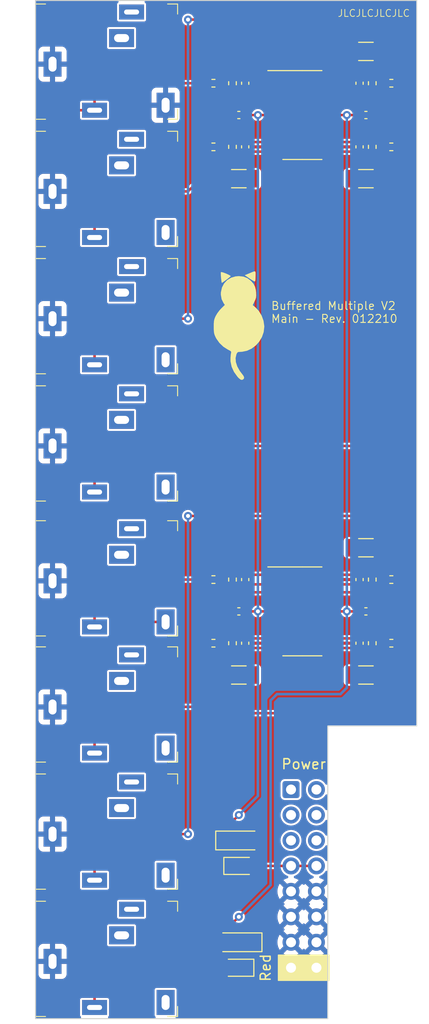
<source format=kicad_pcb>
(kicad_pcb (version 20211014) (generator pcbnew)
  (layers (0 "F.Cu" signal) (31 "B.Cu" signal) (34 "B.Paste" user) (35 "F.Paste" user) (36 "B.SilkS" user "B.Silkscreen") (37 "F.SilkS" user "F.Silkscreen") (38 "B.Mask" user) (39 "F.Mask" user) (44 "Edge.Cuts" user))
  (net 0 "")
  (net 1 "Net-(U1-Pad2)")
  (net 2 "Net-(U1-Pad1)")
  (net 3 "Net-(U2-Pad2)")
  (net 4 "Net-(U2-Pad1)")
  (net 5 "Net-(U1-Pad6)")
  (net 6 "Net-(U1-Pad7)")
  (net 7 "Net-(U2-Pad6)")
  (net 8 "Net-(U2-Pad7)")
  (net 9 "Net-(U1-Pad13)")
  (net 10 "Net-(U1-Pad14)")
  (net 11 "Net-(U2-Pad13)")
  (net 12 "Net-(U2-Pad14)")
  (net 13 "Net-(U1-Pad9)")
  (net 14 "Net-(U1-Pad8)")
  (net 15 "Net-(U2-Pad9)")
  (net 16 "Net-(U2-Pad8)")
  (net 17 "+12V")
  (net 18 "GND")
  (net 19 "-12V")
  (net 20 "Net-(D1-Pad2)")
  (net 21 "Net-(D2-Pad1)")
  (net 22 "Net-(J1-PadT)")
  (net 23 "Net-(J2-PadT)")
  (net 24 "Net-(J3-PadT)")
  (net 25 "Net-(J4-PadT)")
  (net 26 "Net-(J5-PadT)")
  (net 27 "Net-(J6-PadT)")
  (net 28 "Net-(J7-PadT)")
  (net 29 "Net-(J8-PadT)")
  (footprint "Resistor_SMD:R_0402_1005Metric" (layer "F.Cu") (at 17.78 8.255)
    (fp_text reference "R5" hide)
    (fp_text value "100k" hide)
    (pad "1" smd roundrect (at -0.51 0) (size 0.54 0.64) (layers "F.Cu" "F.Paste" "F.Mask") (net 22 "Net-(J1-PadT)"))
    (pad "2" smd roundrect (at 0.51 0) (size 0.54 0.64) (layers "F.Cu" "F.Paste" "F.Mask") (net 1 "Net-(U1-Pad2)"))
  )
  (footprint "Package_SO:SOIC-14_3.9x8.7mm_P1.27mm" (layer "F.Cu") (at 26.67 60.96)
    (fp_text reference "U2" hide)
    (fp_text value "TL074CDT" hide)
    (pad "1" smd roundrect (at -2.475 -3.81) (size 1.95 0.6) (layers "F.Cu" "F.Paste" "F.Mask") (net 4 "Net-(U2-Pad1)"))
    (pad "2" smd roundrect (at -2.475 -2.54) (size 1.95 0.6) (layers "F.Cu" "F.Paste" "F.Mask") (net 3 "Net-(U2-Pad2)"))
    (pad "3" smd roundrect (at -2.475 -1.27) (size 1.95 0.6) (layers "F.Cu" "F.Paste" "F.Mask") (net 18 "GND"))
    (pad "4" smd roundrect (at -2.475 0) (size 1.95 0.6) (layers "F.Cu" "F.Paste" "F.Mask") (net 17 "+12V"))
    (pad "5" smd roundrect (at -2.475 1.27) (size 1.95 0.6) (layers "F.Cu" "F.Paste" "F.Mask") (net 18 "GND"))
    (pad "6" smd roundrect (at -2.475 2.54) (size 1.95 0.6) (layers "F.Cu" "F.Paste" "F.Mask") (net 7 "Net-(U2-Pad6)"))
    (pad "7" smd roundrect (at -2.475 3.81) (size 1.95 0.6) (layers "F.Cu" "F.Paste" "F.Mask") (net 8 "Net-(U2-Pad7)"))
    (pad "8" smd roundrect (at 2.475 3.81) (size 1.95 0.6) (layers "F.Cu" "F.Paste" "F.Mask") (net 16 "Net-(U2-Pad8)"))
    (pad "9" smd roundrect (at 2.475 2.54) (size 1.95 0.6) (layers "F.Cu" "F.Paste" "F.Mask") (net 15 "Net-(U2-Pad9)"))
    (pad "10" smd roundrect (at 2.475 1.27) (size 1.95 0.6) (layers "F.Cu" "F.Paste" "F.Mask") (net 18 "GND"))
    (pad "11" smd roundrect (at 2.475 0) (size 1.95 0.6) (layers "F.Cu" "F.Paste" "F.Mask") (net 19 "-12V"))
    (pad "12" smd roundrect (at 2.475 -1.27) (size 1.95 0.6) (layers "F.Cu" "F.Paste" "F.Mask") (net 18 "GND"))
    (pad "13" smd roundrect (at 2.475 -2.54) (size 1.95 0.6) (layers "F.Cu" "F.Paste" "F.Mask") (net 11 "Net-(U2-Pad13)"))
    (pad "14" smd roundrect (at 2.475 -3.81) (size 1.95 0.6) (layers "F.Cu" "F.Paste" "F.Mask") (net 12 "Net-(U2-Pad14)"))
  )
  (footprint "Resistor_SMD:R_0402_1005Metric" (layer "F.Cu") (at 33.655 14.605 -90)
    (fp_text reference "R17" hide)
    (fp_text value "100k" hide)
    (pad "1" smd roundrect (at -0.51 0 270) (size 0.54 0.64) (layers "F.Cu" "F.Paste" "F.Mask") (net 13 "Net-(U1-Pad9)"))
    (pad "2" smd roundrect (at 0.51 0 270) (size 0.54 0.64) (layers "F.Cu" "F.Paste" "F.Mask") (net 28 "Net-(J7-PadT)"))
  )
  (footprint "Capacitor_SMD:C_0402_1005Metric" (layer "F.Cu") (at 20.955 57.785 90)
    (fp_text reference "C2" hide)
    (fp_text value "10p" hide)
    (pad "1" smd roundrect (at -0.48 0 90) (size 0.56 0.62) (layers "F.Cu" "F.Paste" "F.Mask") (net 3 "Net-(U2-Pad2)"))
    (pad "2" smd roundrect (at 0.48 0 90) (size 0.56 0.62) (layers "F.Cu" "F.Paste" "F.Mask") (net 4 "Net-(U2-Pad1)"))
  )
  (footprint "Resistor_SMD:R_1206_3216Metric" (layer "F.Cu") (at 33.02 67.31)
    (fp_text reference "R22" hide)
    (fp_text value "1k" hide)
    (pad "1" smd roundrect (at -1.4625 0) (size 1.125 1.75) (layers "F.Cu" "F.Paste" "F.Mask") (roundrect_rratio 0.2222222222) (net 16 "Net-(U2-Pad8)"))
    (pad "2" smd roundrect (at 1.4625 0) (size 1.125 1.75) (layers "F.Cu" "F.Paste" "F.Mask") (roundrect_rratio 0.2222222222) (net 29 "Net-(J8-PadT)"))
  )
  (footprint "Capacitor_Tantalum_SMD:CP_EIA-3216-18_Kemet-A" (layer "F.Cu") (at 20.32 83.82)
    (fp_text reference "C9" hide)
    (fp_text value "10u/16" hide)
    (pad "1" smd roundrect (at -1.35 0) (size 1.4 1.35) (layers "F.Cu" "F.Paste" "F.Mask") (roundrect_rratio 0.1851851852) (net 17 "+12V"))
    (pad "2" smd roundrect (at 1.35 0) (size 1.4 1.35) (layers "F.Cu" "F.Paste" "F.Mask") (roundrect_rratio 0.1851851852) (net 18 "GND"))
  )
  (footprint "Capacitor_Tantalum_SMD:CP_EIA-3216-18_Kemet-A" (layer "F.Cu") (at 20.32 93.98 180)
    (fp_text reference "C12" hide)
    (fp_text value "10u/16" hide)
    (pad "1" smd roundrect (at -1.35 0 180) (size 1.4 1.35) (layers "F.Cu" "F.Paste" "F.Mask") (roundrect_rratio 0.1851851852) (net 18 "GND"))
    (pad "2" smd roundrect (at 1.35 0 180) (size 1.4 1.35) (layers "F.Cu" "F.Paste" "F.Mask") (roundrect_rratio 0.1851851852) (net 19 "-12V"))
  )
  (footprint "Resistor_SMD:R_0402_1005Metric" (layer "F.Cu") (at 33.655 8.255 90)
    (fp_text reference "R11" hide)
    (fp_text value "100k" hide)
    (pad "1" smd roundrect (at -0.51 0 90) (size 0.54 0.64) (layers "F.Cu" "F.Paste" "F.Mask") (net 9 "Net-(U1-Pad13)"))
    (pad "2" smd roundrect (at 0.51 0 90) (size 0.54 0.64) (layers "F.Cu" "F.Paste" "F.Mask") (net 26 "Net-(J5-PadT)"))
  )
  (footprint "Resistor_SMD:R_0402_1005Metric" (layer "F.Cu") (at 35.56 64.135 180)
    (fp_text reference "R20" hide)
    (fp_text value "100k" hide)
    (pad "1" smd roundrect (at -0.51 0 180) (size 0.54 0.64) (layers "F.Cu" "F.Paste" "F.Mask") (net 4 "Net-(U2-Pad1)"))
    (pad "2" smd roundrect (at 0.51 0 180) (size 0.54 0.64) (layers "F.Cu" "F.Paste" "F.Mask") (net 15 "Net-(U2-Pad9)"))
  )
  (footprint "Resistor_SMD:R_0402_1005Metric" (layer "F.Cu") (at 17.78 57.785)
    (fp_text reference "R6" hide)
    (fp_text value "100k" hide)
    (pad "1" smd roundrect (at -0.51 0) (size 0.54 0.64) (layers "F.Cu" "F.Paste" "F.Mask") (net 23 "Net-(J2-PadT)"))
    (pad "2" smd roundrect (at 0.51 0) (size 0.54 0.64) (layers "F.Cu" "F.Paste" "F.Mask") (net 3 "Net-(U2-Pad2)"))
  )
  (footprint "Connector_Audio_QingPu:Jack_3.5mm_QingPu_WQP-PJ324M" (layer "F.Cu") (at 0 70.5)
    (fp_text reference "J4" hide)
    (fp_text value "Out 2-1" hide)
    (pad "R" thru_hole rect locked (at 9.6 -5.2) (size 2.5 1.5) (drill oval 1.5 0.5) (layers *.Cu *.Mask))
    (pad "RN" thru_hole rect locked (at 8.6 -2.6) (size 2.5 1.8) (drill oval 1.5 0.8) (layers *.Cu *.Mask))
    (pad "S" thru_hole rect locked (at 1.7 0) (size 1.8 2.5) (drill oval 0.8 1.5) (layers *.Cu *.Mask) (net 18 "GND"))
    (pad "T" thru_hole rect locked (at 5.9 4.6) (size 2.5 1.5) (drill oval 1.5 0.5) (layers *.Cu *.Mask) (net 25 "Net-(J4-PadT)"))
    (pad "TN" thru_hole rect locked (at 13 4.1) (size 1.8 2.5) (drill oval 0.8 1.5) (layers *.Cu *.Mask))
  )
  (footprint "Resistor_SMD:R_1206_3216Metric" (layer "F.Cu") (at 33.02 17.78)
    (fp_text reference "R21" hide)
    (fp_text value "1k" hide)
    (pad "1" smd roundrect (at -1.4625 0) (size 1.125 1.75) (layers "F.Cu" "F.Paste" "F.Mask") (roundrect_rratio 0.2222222222) (net 14 "Net-(U1-Pad8)"))
    (pad "2" smd roundrect (at 1.4625 0) (size 1.125 1.75) (layers "F.Cu" "F.Paste" "F.Mask") (roundrect_rratio 0.2222222222) (net 28 "Net-(J7-PadT)"))
  )
  (footprint "Capacitor_SMD:C_0402_1005Metric" (layer "F.Cu") (at 32.385 14.605 -90)
    (fp_text reference "C7" hide)
    (fp_text value "10p" hide)
    (pad "1" smd roundrect (at -0.48 0 270) (size 0.56 0.62) (layers "F.Cu" "F.Paste" "F.Mask") (net 13 "Net-(U1-Pad9)"))
    (pad "2" smd roundrect (at 0.48 0 270) (size 0.56 0.62) (layers "F.Cu" "F.Paste" "F.Mask") (net 14 "Net-(U1-Pad8)"))
  )
  (footprint "Capacitor_SMD:C_0402_1005Metric" (layer "F.Cu") (at 20.32 60.96)
    (fp_text reference "C11" hide)
    (fp_text value "100n" hide)
    (pad "1" smd roundrect (at -0.48 0) (size 0.56 0.62) (layers "F.Cu" "F.Paste" "F.Mask") (net 18 "GND"))
    (pad "2" smd roundrect (at 0.48 0) (size 0.56 0.62) (layers "F.Cu" "F.Paste" "F.Mask") (net 17 "+12V"))
  )
  (footprint "Connector_Audio_QingPu:Jack_3.5mm_QingPu_WQP-PJ324M" (layer "F.Cu") (at 0 6.35)
    (fp_text reference "J1" hide)
    (fp_text value "In 1" hide)
    (pad "R" thru_hole rect locked (at 9.6 -5.2) (size 2.5 1.5) (drill oval 1.5 0.5) (layers *.Cu *.Mask))
    (pad "RN" thru_hole rect locked (at 8.6 -2.6) (size 2.5 1.8) (drill oval 1.5 0.8) (layers *.Cu *.Mask))
    (pad "S" thru_hole rect locked (at 1.7 0) (size 1.8 2.5) (drill oval 0.8 1.5) (layers *.Cu *.Mask) (net 18 "GND"))
    (pad "T" thru_hole rect locked (at 5.9 4.6) (size 2.5 1.5) (drill oval 1.5 0.5) (layers *.Cu *.Mask) (net 22 "Net-(J1-PadT)"))
    (pad "TN" thru_hole rect locked (at 13 4.1) (size 1.8 2.5) (drill oval 0.8 1.5) (layers *.Cu *.Mask) (net 18 "GND"))
  )
  (footprint "Resistor_SMD:R_0402_1005Metric" (layer "F.Cu") (at 19.685 14.605 -90)
    (fp_text reference "R1" hide)
    (fp_text value "100k" hide)
    (pad "1" smd roundrect (at -0.51 0 270) (size 0.54 0.64) (layers "F.Cu" "F.Paste" "F.Mask") (net 5 "Net-(U1-Pad6)"))
    (pad "2" smd roundrect (at 0.51 0 270) (size 0.54 0.64) (layers "F.Cu" "F.Paste" "F.Mask") (net 24 "Net-(J3-PadT)"))
  )
  (footprint "Capacitor_SMD:C_0402_1005Metric" (layer "F.Cu") (at 32.385 57.785 90)
    (fp_text reference "C6" hide)
    (fp_text value "10p" hide)
    (pad "1" smd roundrect (at -0.48 0 90) (size 0.56 0.62) (layers "F.Cu" "F.Paste" "F.Mask") (net 11 "Net-(U2-Pad13)"))
    (pad "2" smd roundrect (at 0.48 0 90) (size 0.56 0.62) (layers "F.Cu" "F.Paste" "F.Mask") (net 12 "Net-(U2-Pad14)"))
  )
  (footprint "Diode_SMD:D_SOD-323" (layer "F.Cu") (at 20.32 86.36)
    (fp_text reference "D1" hide)
    (fp_text value "1N5819WS" hide)
    (pad "1" smd rect (at -1.05 0) (size 0.6 0.45) (layers "F.Cu" "F.Paste" "F.Mask") (net 17 "+12V"))
    (pad "2" smd rect (at 1.05 0) (size 0.6 0.45) (layers "F.Cu" "F.Paste" "F.Mask") (net 20 "Net-(D1-Pad2)"))
  )
  (footprint "Capacitor_SMD:C_0402_1005Metric" (layer "F.Cu") (at 33.02 11.43)
    (fp_text reference "C13" hide)
    (fp_text value "100n" hide)
    (pad "1" smd roundrect (at -0.48 0) (size 0.56 0.62) (layers "F.Cu" "F.Paste" "F.Mask") (net 19 "-12V"))
    (pad "2" smd roundrect (at 0.48 0) (size 0.56 0.62) (layers "F.Cu" "F.Paste" "F.Mask") (net 18 "GND"))
  )
  (footprint "Connector_Audio_QingPu:Jack_3.5mm_QingPu_WQP-PJ324M" (layer "F.Cu") (at 0 31.75)
    (fp_text reference "J5" hide)
    (fp_text value "Out 1-2" hide)
    (pad "R" thru_hole rect locked (at 9.6 -5.2) (size 2.5 1.5) (drill oval 1.5 0.5) (layers *.Cu *.Mask))
    (pad "RN" thru_hole rect locked (at 8.6 -2.6) (size 2.5 1.8) (drill oval 1.5 0.8) (layers *.Cu *.Mask))
    (pad "S" thru_hole rect locked (at 1.7 0) (size 1.8 2.5) (drill oval 0.8 1.5) (layers *.Cu *.Mask) (net 18 "GND"))
    (pad "T" thru_hole rect locked (at 5.9 4.6) (size 2.5 1.5) (drill oval 1.5 0.5) (layers *.Cu *.Mask) (net 26 "Net-(J5-PadT)"))
    (pad "TN" thru_hole rect locked (at 13 4.1) (size 1.8 2.5) (drill oval 0.8 1.5) (layers *.Cu *.Mask))
  )
  (footprint "Diode_SMD:D_SOD-323" (layer "F.Cu") (at 20.32 96.52 180)
    (fp_text reference "D2" hide)
    (fp_text value "1N5819WS" hide)
    (pad "1" smd rect (at -1.05 0 180) (size 0.6 0.45) (layers "F.Cu" "F.Paste" "F.Mask") (net 21 "Net-(D2-Pad1)"))
    (pad "2" smd rect (at 1.05 0 180) (size 0.6 0.45) (layers "F.Cu" "F.Paste" "F.Mask") (net 19 "-12V"))
  )
  (footprint "Connector_Audio_QingPu:Jack_3.5mm_QingPu_WQP-PJ324M" (layer "F.Cu") (at 0 44.45)
    (fp_text reference "J7" hide)
    (fp_text value "Out 1-3" hide)
    (pad "R" thru_hole rect locked (at 9.6 -5.2) (size 2.5 1.5) (drill oval 1.5 0.5) (layers *.Cu *.Mask))
    (pad "RN" thru_hole rect locked (at 8.6 -2.6) (size 2.5 1.8) (drill oval 1.5 0.8) (layers *.Cu *.Mask))
    (pad "S" thru_hole rect locked (at 1.7 0) (size 1.8 2.5) (drill oval 0.8 1.5) (layers *.Cu *.Mask) (net 18 "GND"))
    (pad "T" thru_hole rect locked (at 5.9 4.6) (size 2.5 1.5) (drill oval 1.5 0.5) (layers *.Cu *.Mask) (net 28 "Net-(J7-PadT)"))
    (pad "TN" thru_hole rect locked (at 13 4.1) (size 1.8 2.5) (drill oval 0.8 1.5) (layers *.Cu *.Mask))
  )
  (footprint "Resistor_SMD:R_0402_1005Metric" (layer "F.Cu") (at 19.685 64.135 -90)
    (fp_text reference "R2" hide)
    (fp_text value "100k" hide)
    (pad "1" smd roundrect (at -0.51 0 270) (size 0.54 0.64) (layers "F.Cu" "F.Paste" "F.Mask") (net 7 "Net-(U2-Pad6)"))
    (pad "2" smd roundrect (at 0.51 0 270) (size 0.54 0.64) (layers "F.Cu" "F.Paste" "F.Mask") (net 25 "Net-(J4-PadT)"))
  )
  (footprint "Resistor_SMD:R_0402_1005Metric" (layer "F.Cu") (at 35.56 57.785 180)
    (fp_text reference "R14" hide)
    (fp_text value "100k" hide)
    (pad "1" smd roundrect (at -0.51 0 180) (size 0.54 0.64) (layers "F.Cu" "F.Paste" "F.Mask") (net 4 "Net-(U2-Pad1)"))
    (pad "2" smd roundrect (at 0.51 0 180) (size 0.54 0.64) (layers "F.Cu" "F.Paste" "F.Mask") (net 11 "Net-(U2-Pad13)"))
  )
  (footprint "Resistor_SMD:R_1206_3216Metric" (layer "F.Cu") (at 33.02 5.08)
    (fp_text reference "R15" hide)
    (fp_text value "1k" hide)
    (pad "1" smd roundrect (at -1.4625 0) (size 1.125 1.75) (layers "F.Cu" "F.Paste" "F.Mask") (roundrect_rratio 0.2222222222) (net 10 "Net-(U1-Pad14)"))
    (pad "2" smd roundrect (at 1.4625 0) (size 1.125 1.75) (layers "F.Cu" "F.Paste" "F.Mask") (roundrect_rratio 0.2222222222) (net 26 "Net-(J5-PadT)"))
  )
  (footprint "Connector_Audio_QingPu:Jack_3.5mm_QingPu_WQP-PJ324M" (layer "F.Cu") (at 0 95.885)
    (fp_text reference "J8" hide)
    (fp_text value "Out 2-3" hide)
    (pad "R" thru_hole rect locked (at 9.6 -5.2) (size 2.5 1.5) (drill oval 1.5 0.5) (layers *.Cu *.Mask))
    (pad "RN" thru_hole rect locked (at 8.6 -2.6) (size 2.5 1.8) (drill oval 1.5 0.8) (layers *.Cu *.Mask))
    (pad "S" thru_hole rect locked (at 1.7 0) (size 1.8 2.5) (drill oval 0.8 1.5) (layers *.Cu *.Mask) (net 18 "GND"))
    (pad "T" thru_hole rect locked (at 5.9 4.6) (size 2.5 1.5) (drill oval 1.5 0.5) (layers *.Cu *.Mask) (net 29 "Net-(J8-PadT)"))
    (pad "TN" thru_hole rect locked (at 13 4.1) (size 1.8 2.5) (drill oval 0.8 1.5) (layers *.Cu *.Mask))
  )
  (footprint "Capacitor_SMD:C_0402_1005Metric" (layer "F.Cu") (at 32.385 8.255 90)
    (fp_text reference "C5" hide)
    (fp_text value "10p" hide)
    (pad "1" smd roundrect (at -0.48 0 90) (size 0.56 0.62) (layers "F.Cu" "F.Paste" "F.Mask") (net 9 "Net-(U1-Pad13)"))
    (pad "2" smd roundrect (at 0.48 0 90) (size 0.56 0.62) (layers "F.Cu" "F.Paste" "F.Mask") (net 10 "Net-(U1-Pad14)"))
  )
  (footprint "Resistor_SMD:R_0402_1005Metric" (layer "F.Cu") (at 33.655 57.785 90)
    (fp_text reference "R12" hide)
    (fp_text value "100k" hide)
    (pad "1" smd roundrect (at -0.51 0 90) (size 0.54 0.64) (layers "F.Cu" "F.Paste" "F.Mask") (net 11 "Net-(U2-Pad13)"))
    (pad "2" smd roundrect (at 0.51 0 90) (size 0.54 0.64) (layers "F.Cu" "F.Paste" "F.Mask") (net 27 "Net-(J6-PadT)"))
  )
  (footprint "Resistor_SMD:R_0402_1005Metric" (layer "F.Cu") (at 33.655 64.135 -90)
    (fp_text reference "R18" hide)
    (fp_text value "100k" hide)
    (pad "1" smd roundrect (at -0.51 0 270) (size 0.54 0.64) (layers "F.Cu" "F.Paste" "F.Mask") (net 15 "Net-(U2-Pad9)"))
    (pad "2" smd roundrect (at 0.51 0 270) (size 0.54 0.64) (layers "F.Cu" "F.Paste" "F.Mask") (net 29 "Net-(J8-PadT)"))
  )
  (footprint "Resistor_SMD:R_0402_1005Metric" (layer "F.Cu") (at 35.56 8.255 180)
    (fp_text reference "R13" hide)
    (fp_text value "100k" hide)
    (pad "1" smd roundrect (at -0.51 0 180) (size 0.54 0.64) (layers "F.Cu" "F.Paste" "F.Mask") (net 2 "Net-(U1-Pad1)"))
    (pad "2" smd roundrect (at 0.51 0 180) (size 0.54 0.64) (layers "F.Cu" "F.Paste" "F.Mask") (net 9 "Net-(U1-Pad13)"))
  )
  (footprint "Capacitor_SMD:C_0402_1005Metric" (layer "F.Cu") (at 20.955 8.255 90)
    (fp_text reference "C1" hide)
    (fp_text value "10p" hide)
    (pad "1" smd roundrect (at -0.48 0 90) (size 0.56 0.62) (layers "F.Cu" "F.Paste" "F.Mask") (net 1 "Net-(U1-Pad2)"))
    (pad "2" smd roundrect (at 0.48 0 90) (size 0.56 0.62) (layers "F.Cu" "F.Paste" "F.Mask") (net 2 "Net-(U1-Pad1)"))
  )
  (footprint "Connector_Audio_QingPu:Jack_3.5mm_QingPu_WQP-PJ324M" (layer "F.Cu") (at 0 57.912)
    (fp_text reference "J2" hide)
    (fp_text value "In 2" hide)
    (pad "R" thru_hole rect locked (at 9.6 -5.2) (size 2.5 1.5) (drill oval 1.5 0.5) (layers *.Cu *.Mask))
    (pad "RN" thru_hole rect locked (at 8.6 -2.6) (size 2.5 1.8) (drill oval 1.5 0.8) (layers *.Cu *.Mask))
    (pad "S" thru_hole rect locked (at 1.7 0) (size 1.8 2.5) (drill oval 0.8 1.5) (layers *.Cu *.Mask) (net 18 "GND"))
    (pad "T" thru_hole rect locked (at 5.9 4.6) (size 2.5 1.5) (drill oval 1.5 0.5) (layers *.Cu *.Mask) (net 23 "Net-(J2-PadT)"))
    (pad "TN" thru_hole rect locked (at 13 4.1) (size 1.8 2.5) (drill oval 0.8 1.5) (layers *.Cu *.Mask) (net 22 "Net-(J1-PadT)"))
  )
  (footprint "Resistor_SMD:R_0402_1005Metric" (layer "F.Cu") (at 19.685 57.785 90)
    (fp_text reference "R4" hide)
    (fp_text value "100k" hide)
    (pad "1" smd roundrect (at -0.51 0 90) (size 0.54 0.64) (layers "F.Cu" "F.Paste" "F.Mask") (net 3 "Net-(U2-Pad2)"))
    (pad "2" smd roundrect (at 0.51 0 90) (size 0.54 0.64) (layers "F.Cu" "F.Paste" "F.Mask") (net 4 "Net-(U2-Pad1)"))
  )
  (footprint "Resistor_SMD:R_0402_1005Metric" (layer "F.Cu") (at 19.685 8.255 90)
    (fp_text reference "R3" hide)
    (fp_text value "100k" hide)
    (pad "1" smd roundrect (at -0.51 0 90) (size 0.54 0.64) (layers "F.Cu" "F.Paste" "F.Mask") (net 1 "Net-(U1-Pad2)"))
    (pad "2" smd roundrect (at 0.51 0 90) (size 0.54 0.64) (layers "F.Cu" "F.Paste" "F.Mask") (net 2 "Net-(U1-Pad1)"))
  )
  (footprint "Capacitor_SMD:C_0402_1005Metric" (layer "F.Cu") (at 20.32 11.43)
    (fp_text reference "C10" hide)
    (fp_text value "100n" hide)
    (pad "1" smd roundrect (at -0.48 0) (size 0.56 0.62) (layers "F.Cu" "F.Paste" "F.Mask") (net 18 "GND"))
    (pad "2" smd roundrect (at 0.48 0) (size 0.56 0.62) (layers "F.Cu" "F.Paste" "F.Mask") (net 17 "+12V"))
  )
  (footprint "Connector_Audio_QingPu:Jack_3.5mm_QingPu_WQP-PJ324M" (layer "F.Cu") (at 0 19.05)
    (fp_text reference "J3" hide)
    (fp_text value "Out 1-1" hide)
    (pad "R" thru_hole rect locked (at 9.6 -5.2) (size 2.5 1.5) (drill oval 1.5 0.5) (layers *.Cu *.Mask))
    (pad "RN" thru_hole rect locked (at 8.6 -2.6) (size 2.5 1.8) (drill oval 1.5 0.8) (layers *.Cu *.Mask))
    (pad "S" thru_hole rect locked (at 1.7 0) (size 1.8 2.5) (drill oval 0.8 1.5) (layers *.Cu *.Mask) (net 18 "GND"))
    (pad "T" thru_hole rect locked (at 5.9 4.6) (size 2.5 1.5) (drill oval 1.5 0.5) (layers *.Cu *.Mask) (net 24 "Net-(J3-PadT)"))
    (pad "TN" thru_hole rect locked (at 13 4.1) (size 1.8 2.5) (drill oval 0.8 1.5) (layers *.Cu *.Mask))
  )
  (footprint "Capacitor_SMD:C_0402_1005Metric" (layer "F.Cu") (at 33.02 60.96)
    (fp_text reference "C14" hide)
    (fp_text value "100n" hide)
    (pad "1" smd roundrect (at -0.48 0) (size 0.56 0.62) (layers "F.Cu" "F.Paste" "F.Mask") (net 19 "-12V"))
    (pad "2" smd roundrect (at 0.48 0) (size 0.56 0.62) (layers "F.Cu" "F.Paste" "F.Mask") (net 18 "GND"))
  )
  (footprint "Connector_Audio_QingPu:Jack_3.5mm_QingPu_WQP-PJ324M" (layer "F.Cu") (at 0 83.185)
    (fp_text reference "J6" hide)
    (fp_text value "Out 2-2" hide)
    (pad "R" thru_hole rect locked (at 9.6 -5.2) (size 2.5 1.5) (drill oval 1.5 0.5) (layers *.Cu *.Mask))
    (pad "RN" thru_hole rect locked (at 8.6 -2.6) (size 2.5 1.8) (drill oval 1.5 0.8) (layers *.Cu *.Mask))
    (pad "S" thru_hole rect locked (at 1.7 0) (size 1.8 2.5) (drill oval 0.8 1.5) (layers *.Cu *.Mask) (net 18 "GND"))
    (pad "T" thru_hole rect locked (at 5.9 4.6) (size 2.5 1.5) (drill oval 1.5 0.5) (layers *.Cu *.Mask) (net 27 "Net-(J6-PadT)"))
    (pad "TN" thru_hole rect locked (at 13 4.1) (size 1.8 2.5) (drill oval 0.8 1.5) (layers *.Cu *.Mask))
  )
  (footprint "Resistor_SMD:R_0402_1005Metric" (layer "F.Cu") (at 17.78 64.135)
    (fp_text reference "R8" hide)
    (fp_text value "100k" hide)
    (pad "1" smd roundrect (at -0.51 0) (size 0.54 0.64) (layers "F.Cu" "F.Paste" "F.Mask") (net 4 "Net-(U2-Pad1)"))
    (pad "2" smd roundrect (at 0.51 0) (size 0.54 0.64) (layers "F.Cu" "F.Paste" "F.Mask") (net 7 "Net-(U2-Pad6)"))
  )
  (footprint "Resistor_SMD:R_1206_3216Metric" (layer "F.Cu") (at 20.32 67.31 180)
    (fp_text reference "R10" hide)
    (fp_text value "1k" hide)
    (pad "1" smd roundrect (at -1.4625 0 180) (size 1.125 1.75) (layers "F.Cu" "F.Paste" "F.Mask") (roundrect_rratio 0.2222222222) (net 8 "Net-(U2-Pad7)"))
    (pad "2" smd roundrect (at 1.4625 0 180) (size 1.125 1.75) (layers "F.Cu" "F.Paste" "F.Mask") (roundrect_rratio 0.2222222222) (net 25 "Net-(J4-PadT)"))
  )
  (footprint "CATs_Eurosynth_Specials:CATs Tiny" (layer "F.Cu") (at 20.32 32.385)
    (fp_text reference "G***" hide)
    (fp_text value "LOGO" hide)
  )
  (footprint "Package_SO:SOIC-14_3.9x8.7mm_P1.27mm" (layer "F.Cu") (at 26.67 11.43)
    (fp_text reference "U1" hide)
    (fp_text value "TL074CDT" hide)
    (pad "1" smd roundrect (at -2.475 -3.81) (size 1.95 0.6) (layers "F.Cu" "F.Paste" "F.Mask") (net 2 "Net-(U1-Pad1)"))
    (pad "2" smd roundrect (at -2.475 -2.54) (size 1.95 0.6) (layers "F.Cu" "F.Paste" "F.Mask") (net 1 "Net-(U1-Pad2)"))
    (pad "3" smd roundrect (at -2.475 -1.27) (size 1.95 0.6) (layers "F.Cu" "F.Paste" "F.Mask") (net 18 "GND"))
    (pad "4" smd roundrect (at -2.475 0) (size 1.95 0.6) (layers "F.Cu" "F.Paste" "F.Mask") (net 17 "+12V"))
    (pad "5" smd roundrect (at -2.475 1.27) (size 1.95 0.6) (layers "F.Cu" "F.Paste" "F.Mask") (net 18 "GND"))
    (pad "6" smd roundrect (at -2.475 2.54) (size 1.95 0.6) (layers "F.Cu" "F.Paste" "F.Mask") (net 5 "Net-(U1-Pad6)"))
    (pad "7" smd roundrect (at -2.475 3.81) (size 1.95 0.6) (layers "F.Cu" "F.Paste" "F.Mask") (net 6 "Net-(U1-Pad7)"))
    (pad "8" smd roundrect (at 2.475 3.81) (size 1.95 0.6) (layers "F.Cu" "F.Paste" "F.Mask") (net 14 "Net-(U1-Pad8)"))
    (pad "9" smd roundrect (at 2.475 2.54) (size 1.95 0.6) (layers "F.Cu" "F.Paste" "F.Mask") (net 13 "Net-(U1-Pad9)"))
    (pad "10" smd roundrect (at 2.475 1.27) (size 1.95 0.6) (layers "F.Cu" "F.Paste" "F.Mask") (net 18 "GND"))
    (pad "11" smd roundrect (at 2.475 0) (size 1.95 0.6) (layers "F.Cu" "F.Paste" "F.Mask") (net 19 "-12V"))
    (pad "12" smd roundrect (at 2.475 -1.27) (size 1.95 0.6) (layers "F.Cu" "F.Paste" "F.Mask") (net 18 "GND"))
    (pad "13" smd roundrect (at 2.475 -2.54) (size 1.95 0.6) (layers "F.Cu" "F.Paste" "F.Mask") (net 9 "Net-(U1-Pad13)"))
    (pad "14" smd roundrect (at 2.475 -3.81) (size 1.95 0.6) (layers "F.Cu" "F.Paste" "F.Mask") (net 10 "Net-(U1-Pad14)"))
  )
  (footprint "Resistor_SMD:R_1206_3216Metric" (layer "F.Cu") (at 20.32 17.78 180)
    (fp_text reference "R9" hide)
    (fp_text value "1k" hide)
    (pad "1" smd roundrect (at -1.4625 0 180) (size 1.125 1.75) (layers "F.Cu" "F.Paste" "F.Mask") (roundrect_rratio 0.2222222222) (net 6 "Net-(U1-Pad7)"))
    (pad "2" smd roundrect (at 1.4625 0 180) (size 1.125 1.75) (layers "F.Cu" "F.Paste" "F.Mask") (roundrect_rratio 0.2222222222) (net 24 "Net-(J3-PadT)"))
  )
  (footprint "Capacitor_SMD:C_0402_1005Metric" (layer "F.Cu") (at 32.385 64.135 -90)
    (fp_text reference "C8" hide)
    (fp_text value "10p" hide)
    (pad "1" smd roundrect (at -0.48 0 270) (size 0.56 0.62) (layers "F.Cu" "F.Paste" "F.Mask") (net 15 "Net-(U2-Pad9)"))
    (pad "2" smd roundrect (at 0.48 0 270) (size 0.56 0.62) (layers "F.Cu" "F.Paste" "F.Mask") (net 16 "Net-(U2-Pad8)"))
  )
  (footprint "Resistor_SMD:R_0402_1005Metric" (layer "F.Cu") (at 35.56 14.605 180)
    (fp_text reference "R19" hide)
    (fp_text value "100k" hide)
    (pad "1" smd roundrect (at -0.51 0 180) (size 0.54 0.64) (layers "F.Cu" "F.Paste" "F.Mask") (net 2 "Net-(U1-Pad1)"))
    (pad "2" smd roundrect (at 0.51 0 180) (size 0.54 0.64) (layers "F.Cu" "F.Paste" "F.Mask") (net 13 "Net-(U1-Pad9)"))
  )
  (footprint "CATs_Eurosynth_Specials:Power_2x8_Horizontal" (layer "F.Cu") (at 25.535 78.74)
    (fp_text reference "J9" hide)
    (fp_text value "Power" hide)
    (fp_text user "Red" (at -2.54 17.78 90) (layer "F.SilkS"))
    (fp_text user "Power" (at 1.27 -2.54 180) (layer "F.SilkS"))
    (pad "+5V" thru_hole circle locked (at 2.54 5.08) (size 1.7 1.7) (drill 1) (layers *.Cu *.Mask))
    (pad "+5V" thru_hole circle locked (at 0 5.08) (size 1.7 1.7) (drill 1) (layers *.Cu *.Mask))
    (pad "+12V" thru_hole circle locked (at 2.54 7.62) (size 1.7 1.7) (drill 1) (layers *.Cu *.Mask) (net 20 "Net-(D1-Pad2)"))
    (pad "+12V" thru_hole circle locked (at 0 7.62) (size 1.7 1.7) (drill 1) (layers *.Cu *.Mask) (net 20 "Net-(D1-Pad2)"))
    (pad "-12V" thru_hole circle locked (at 2.54 17.78) (size 1.7 1.7) (drill 1) (layers *.Cu *.Mask) (net 21 "Net-(D2-Pad1)"))
    (pad "-12V" thru_hole circle locked (at 0 17.78) (size 1.7 1.7) (drill 1) (layers *.Cu *.Mask) (net 21 "Net-(D2-Pad1)"))
    (pad "CV" thru_hole circle locked (at 2.54 2.54) (size 1.7 1.7) (drill 1) (layers *.Cu *.Mask))
    (pad "CV" thru_hole circle locked (at 0 2.54) (size 1.7 1.7) (drill 1) (layers *.Cu *.Mask))
    (pad "GND" thru_hole circle locked (at 2.54 15.24) (size 1.7 1.7) (drill 1) (layers *.Cu *.Mask) (net 18 "GND"))
    (pad "GND" thru_hole circle locked (at 2.54 12.7) (size 1.7 1.7) (drill 1) (layers *.Cu *.Mask) (net 18 "GND"))
    (pad "GND" thru_hole circle locked (at 0 12.7) (size 1.7 1.7) (drill 1) (layers *.Cu *.Mask) (net 18 "GND"))
    (pad "GND" thru_hole circle locked (at 2.54 10.16) (size 1.7 1.7) (drill 1) (layers *.Cu *.Mask) (net 18 "GND"))
    (pad "GND" thru_hole circle locked (at 0 15.24) (size 1.7 1.7) (drill 1) (layers *.Cu *.Mask) (net 18 "GND"))
    (pad "GND" thru_hole circle locked (at 0 10.16) (size 1.7 1.7) (drill 1) (layers *.Cu *.Mask) (net 18 "GND"))
    (pad "Gate" thru_hole roundrect locked (at 0 0) (size 1.7 1.7) (drill 1) (layers *.Cu *.Mask) (roundrect_rratio 0.147))
    (pad "Gate" thru_hole circle locked (at 2.54 0) (size 1.7 1.7) (drill 1) (layers *.Cu *.Mask))
  )
  (footprint "Capacitor_SMD:C_0402_1005Metric" (layer "F.Cu") (at 20.955 64.135 -90)
    (fp_text reference "C4" hide)
    (fp_text value "10p" hide)
    (pad "1" smd roundrect (at -0.48 0 270) (size 0.56 0.62) (layers "F.Cu" "F.Paste" "F.Mask") (net 7 "Net-(U2-Pad6)"))
    (pad "2" smd roundrect (at 0.48 0 270) (size 0.56 0.62) (layers "F.Cu" "F.Paste" "F.Mask") (net 8 "Net-(U2-Pad7)"))
  )
  (footprint "Capacitor_SMD:C_0402_1005Metric" (layer "F.Cu") (at 20.955 14.605 -90)
    (fp_text reference "C3" hide)
    (fp_text value "10p" hide)
    (pad "1" smd roundrect (at -0.48 0 270) (size 0.56 0.62) (layers "F.Cu" "F.Paste" "F.Mask") (net 5 "Net-(U1-Pad6)"))
    (pad "2" smd roundrect (at 0.48 0 270) (size 0.56 0.62) (layers "F.Cu" "F.Paste" "F.Mask") (net 6 "Net-(U1-Pad7)"))
  )
  (footprint "Resistor_SMD:R_1206_3216Metric" (layer "F.Cu") (at 33.02 54.61)
    (fp_text reference "R16" hide)
    (fp_text value "1k" hide)
    (pad "1" smd roundrect (at -1.4625 0) (size 1.125 1.75) (layers "F.Cu" "F.Paste" "F.Mask") (roundrect_rratio 0.2222222222) (net 12 "Net-(U2-Pad14)"))
    (pad "2" smd roundrect (at 1.4625 0) (size 1.125 1.75) (layers "F.Cu" "F.Paste" "F.Mask") (roundrect_rratio 0.2222222222) (net 27 "Net-(J6-PadT)"))
  )
  (footprint "Resistor_SMD:R_0402_1005Metric" (layer "F.Cu") (at 17.78 14.605)
    (fp_text reference "R7" hide)
    (fp_text value "100k" hide)
    (pad "1" smd roundrect (at -0.51 0) (size 0.54 0.64) (layers "F.Cu" "F.Paste" "F.Mask") (net 2 "Net-(U1-Pad1)"))
    (pad "2" smd roundrect (at 0.51 0) (size 0.54 0.64) (layers "F.Cu" "F.Paste" "F.Mask") (net 5 "Net-(U1-Pad6)"))
  )
  (gr_line (start 29.21 72.39) (end 38.1 72.39) (layer "Edge.Cuts") (width 0.1))
  (gr_line (start 38.1 0) (end 38.1 72.39) (layer "Edge.Cuts") (width 0.1))
  (gr_line (start 0 0) (end 0 101.6) (layer "Edge.Cuts") (width 0.1))
  (gr_line (start 0 101.6) (end 29.21 101.6) (layer "Edge.Cuts") (width 0.1))
  (gr_line (start 29.21 101.6) (end 29.21 72.39) (layer "Edge.Cuts") (width 0.1))
  (gr_line (start 0 0) (end 38.1 0) (layer "Edge.Cuts") (width 0.1))
  (gr_text "JLCJLCJLCJLC" (at 37.465 1.27) (layer "F.SilkS") (effects (font (size 0.7 0.7) (thickness 0.08)) (justify right)))
  (gr_text "Buffered Multiple V2\nMain - Rev. 012210" (at 23.495 31.115) (layer "F.SilkS") (effects (font (size 0.8 0.8) (thickness 0.1)) (justify left)))
  (segment (start 19.05 8.255) (end 18.29 8.255) (width 0.25) (layer "F.Cu") (net 1))
  (segment (start 22.705 8.735) (end 22.86 8.89) (width 0.25) (layer "F.Cu") (net 1))
  (segment (start 20.925 8.765) (end 20.955 8.735) (width 0.25) (layer "F.Cu") (net 1))
  (segment (start 19.56 8.765) (end 19.05 8.255) (width 0.25) (layer "F.Cu") (net 1))
  (segment (start 19.685 8.765) (end 20.925 8.765) (width 0.25) (layer "F.Cu") (net 1))
  (segment (start 19.685 8.765) (end 19.56 8.765) (width 0.25) (layer "F.Cu") (net 1))
  (segment (start 22.86 8.89) (end 24.195 8.89) (width 0.25) (layer "F.Cu") (net 1))
  (segment (start 20.955 8.735) (end 22.705 8.735) (width 0.25) (layer "F.Cu") (net 1))
  (segment (start 24.195 7.62) (end 26.035 7.62) (width 0.25) (layer "F.Cu") (net 2))
  (segment (start 17.27 14.605) (end 17.27 10.035) (width 0.25) (layer "F.Cu") (net 2))
  (segment (start 26.67 8.255) (end 26.67 8.89) (width 0.25) (layer "F.Cu") (net 2))
  (segment (start 22.705 7.775) (end 22.86 7.62) (width 0.25) (layer "F.Cu") (net 2))
  (segment (start 36.07 10.035) (end 35.56 9.525) (width 0.25) (layer "F.Cu") (net 2))
  (segment (start 26.035 9.525) (end 17.78 9.525) (width 0.25) (layer "F.Cu") (net 2))
  (segment (start 26.67 8.89) (end 27.305 9.525) (width 0.25) (layer "F.Cu") (net 2))
  (segment (start 22.86 7.62) (end 24.195 7.62) (width 0.25) (layer "F.Cu") (net 2))
  (segment (start 17.27 10.035) (end 17.78 9.525) (width 0.25) (layer "F.Cu") (net 2))
  (segment (start 26.035 7.62) (end 26.67 8.255) (width 0.25) (layer "F.Cu") (net 2))
  (segment (start 20.955 7.775) (end 22.705 7.775) (width 0.25) (layer "F.Cu") (net 2))
  (segment (start 36.07 8.255) (end 36.07 9.015) (width 0.25) (layer "F.Cu") (net 2))
  (segment (start 19.685 7.745) (end 20.925 7.745) (width 0.25) (layer "F.Cu") (net 2))
  (segment (start 36.07 9.015) (end 35.56 9.525) (width 0.25) (layer "F.Cu") (net 2))
  (segment (start 26.67 8.89) (end 26.035 9.525) (width 0.25) (layer "F.Cu") (net 2))
  (segment (start 27.305 9.525) (end 35.56 9.525) (width 0.25) (layer "F.Cu") (net 2))
  (segment (start 20.925 7.745) (end 20.955 7.775) (width 0.25) (layer "F.Cu") (net 2))
  (segment (start 36.07 14.605) (end 36.07 10.035) (width 0.25) (layer "F.Cu") (net 2))
  (segment (start 22.86 58.42) (end 24.195 58.42) (width 0.25) (layer "F.Cu") (net 3))
  (segment (start 19.685 58.295) (end 19.56 58.295) (width 0.25) (layer "F.Cu") (net 3))
  (segment (start 19.685 58.295) (end 20.925 58.295) (width 0.25) (layer "F.Cu") (net 3))
  (segment (start 19.56 58.295) (end 19.05 57.785) (width 0.25) (layer "F.Cu") (net 3))
  (segment (start 22.705 58.265) (end 22.86 58.42) (width 0.25) (layer "F.Cu") (net 3))
  (segment (start 20.955 58.265) (end 22.705 58.265) (width 0.25) (layer "F.Cu") (net 3))
  (segment (start 19.05 57.785) (end 18.29 57.785) (width 0.25) (layer "F.Cu") (net 3))
  (segment (start 20.925 58.295) (end 20.955 58.265) (width 0.25) (layer "F.Cu") (net 3))
  (segment (start 36.07 57.785) (end 36.07 58.545) (width 0.25) (layer "F.Cu") (net 4))
  (segment (start 26.67 58.42) (end 26.035 59.055) (width 0.25) (layer "F.Cu") (net 4))
  (segment (start 22.86 57.15) (end 24.195 57.15) (width 0.25) (layer "F.Cu") (net 4))
  (segment (start 17.27 64.135) (end 17.27 59.565) (width 0.25) (layer "F.Cu") (net 4))
  (segment (start 20.955 57.305) (end 22.705 57.305) (width 0.25) (layer "F.Cu") (net 4))
  (segment (start 20.925 57.275) (end 20.955 57.305) (width 0.25) (layer "F.Cu") (net 4))
  (segment (start 27.305 59.055) (end 35.56 59.055) (width 0.25) (layer "F.Cu") (net 4))
  (segment (start 24.195 57.15) (end 26.035 57.15) (width 0.25) (layer "F.Cu") (net 4))
  (segment (start 26.67 57.785) (end 26.67 58.42) (width 0.25) (layer "F.Cu") (net 4))
  (segment (start 26.67 58.42) (end 27.305 59.055) (width 0.25) (layer "F.Cu") (net 4))
  (segment (start 26.035 57.15) (end 26.67 57.785) (width 0.25) (layer "F.Cu") (net 4))
  (segment (start 36.07 64.135) (end 36.07 59.565) (width 0.25) (layer "F.Cu") (net 4))
  (segment (start 26.035 59.055) (end 17.78 59.055) (width 0.25) (layer "F.Cu") (net 4))
  (segment (start 19.685 57.275) (end 20.925 57.275) (width 0.25) (layer "F.Cu") (net 4))
  (segment (start 17.27 59.565) (end 17.78 59.055) (width 0.25) (layer "F.Cu") (net 4))
  (segment (start 22.705 57.305) (end 22.86 57.15) (width 0.25) (layer "F.Cu") (net 4))
  (segment (start 36.07 59.565) (end 35.56 59.055) (width 0.25) (layer "F.Cu") (net 4))
  (segment (start 36.07 58.545) (end 35.56 59.055) (width 0.25) (layer "F.Cu") (net 4))
  (segment (start 20.925 14.095) (end 20.955 14.125) (width 0.25) (layer "F.Cu") (net 5))
  (segment (start 19.05 14.605) (end 18.29 14.605) (width 0.25) (layer "F.Cu") (net 5))
  (segment (start 22.86 13.97) (end 24.195 13.97) (width 0.25) (layer "F.Cu") (net 5))
  (segment (start 22.705 14.125) (end 22.86 13.97) (width 0.25) (layer "F.Cu") (net 5))
  (segment (start 19.56 14.095) (end 19.05 14.605) (width 0.25) (layer "F.Cu") (net 5))
  (segment (start 20.955 14.125) (end 22.705 14.125) (width 0.25) (layer "F.Cu") (net 5))
  (segment (start 19.685 14.095) (end 20.925 14.095) (width 0.25) (layer "F.Cu") (net 5))
  (segment (start 19.685 14.095) (end 19.56 14.095) (width 0.25) (layer "F.Cu") (net 5))
  (segment (start 20.955 16.9525) (end 21.7825 17.78) (width 0.25) (layer "F.Cu") (net 6))
  (segment (start 22.705 15.085) (end 22.86 15.24) (width 0.25) (layer "F.Cu") (net 6))
  (segment (start 20.955 15.085) (end 22.705 15.085) (width 0.25) (layer "F.Cu") (net 6))
  (segment (start 22.86 15.24) (end 24.195 15.24) (width 0.25) (layer "F.Cu") (net 6))
  (segment (start 20.955 15.085) (end 20.955 16.9525) (width 0.25) (layer "F.Cu") (net 6))
  (segment (start 19.56 63.625) (end 19.05 64.135) (width 0.25) (layer "F.Cu") (net 7))
  (segment (start 22.705 63.655) (end 22.86 63.5) (width 0.25) (layer "F.Cu") (net 7))
  (segment (start 19.685 63.625) (end 19.56 63.625) (width 0.25) (layer "F.Cu") (net 7))
  (segment (start 20.925 63.625) (end 20.955 63.655) (width 0.25) (layer "F.Cu") (net 7))
  (segment (start 20.955 63.655) (end 22.705 63.655) (width 0.25) (layer "F.Cu") (net 7))
  (segment (start 22.86 63.5) (end 24.195 63.5) (width 0.25) (layer "F.Cu") (net 7))
  (segment (start 19.685 63.625) (end 20.925 63.625) (width 0.25) (layer "F.Cu") (net 7))
  (segment (start 19.05 64.135) (end 18.29 64.135) (width 0.25) (layer "F.Cu") (net 7))
  (segment (start 22.705 64.615) (end 22.86 64.77) (width 0.25) (layer "F.Cu") (net 8))
  (segment (start 20.955 66.4825) (end 21.7825 67.31) (width 0.25) (layer "F.Cu") (net 8))
  (segment (start 20.955 64.615) (end 20.955 66.4825) (width 0.25) (layer "F.Cu") (net 8))
  (segment (start 22.86 64.77) (end 24.195 64.77) (width 0.25) (layer "F.Cu") (net 8))
  (segment (start 20.955 64.615) (end 22.705 64.615) (width 0.25) (layer "F.Cu") (net 8))
  (segment (start 33.78 8.765) (end 34.29 8.255) (width 0.25) (layer "F.Cu") (net 9))
  (segment (start 33.655 8.765) (end 33.78 8.765) (width 0.25) (layer "F.Cu") (net 9))
  (segment (start 32.385 8.735) (end 30.635 8.735) (width 0.25) (layer "F.Cu") (net 9))
  (segment (start 32.385 8.735) (end 33.625 8.735) (width 0.25) (layer "F.Cu") (net 9))
  (segment (start 34.29 8.255) (end 35.05 8.255) (width 0.25) (layer "F.Cu") (net 9))
  (segment (start 33.625 8.735) (end 33.655 8.765) (width 0.25) (layer "F.Cu") (net 9))
  (segment (start 30.635 8.735) (end 30.48 8.89) (width 0.25) (layer "F.Cu") (net 9))
  (segment (start 30.48 8.89) (end 29.145 8.89) (width 0.25) (layer "F.Cu") (net 9))
  (segment (start 30.48 7.62) (end 29.145 7.62) (width 0.25) (layer "F.Cu") (net 10))
  (segment (start 30.635 7.775) (end 30.48 7.62) (width 0.25) (layer "F.Cu") (net 10))
  (segment (start 32.385 7.775) (end 30.635 7.775) (width 0.25) (layer "F.Cu") (net 10))
  (segment (start 32.385 7.775) (end 32.385 5.9075) (width 0.25) (layer "F.Cu") (net 10))
  (segment (start 32.385 5.9075) (end 31.5575 5.08) (width 0.25) (layer "F.Cu") (net 10))
  (segment (start 32.385 58.265) (end 30.635 58.265) (width 0.25) (layer "F.Cu") (net 11))
  (segment (start 32.385 58.265) (end 33.625 58.265) (width 0.25) (layer "F.Cu") (net 11))
  (segment (start 33.78 58.295) (end 34.29 57.785) (width 0.25) (layer "F.Cu") (net 11))
  (segment (start 33.655 58.295) (end 33.78 58.295) (width 0.25) (layer "F.Cu") (net 11))
  (segment (start 30.48 58.42) (end 29.145 58.42) (width 0.25) (layer "F.Cu") (net 11))
  (segment (start 33.625 58.265) (end 33.655 58.295) (width 0.25) (layer "F.Cu") (net 11))
  (segment (start 30.635 58.265) (end 30.48 58.42) (width 0.25) (layer "F.Cu") (net 11))
  (segment (start 34.29 57.785) (end 35.05 57.785) (width 0.25) (layer "F.Cu") (net 11))
  (segment (start 32.385 57.305) (end 32.385 55.4375) (width 0.25) (layer "F.Cu") (net 12))
  (segment (start 32.385 55.4375) (end 31.5575 54.61) (width 0.25) (layer "F.Cu") (net 12))
  (segment (start 30.48 57.15) (end 29.145 57.15) (width 0.25) (layer "F.Cu") (net 12))
  (segment (start 30.635 57.305) (end 30.48 57.15) (width 0.25) (layer "F.Cu") (net 12))
  (segment (start 32.385 57.305) (end 30.635 57.305) (width 0.25) (layer "F.Cu") (net 12))
  (segment (start 32.385 14.125) (end 33.625 14.125) (width 0.25) (layer "F.Cu") (net 13))
  (segment (start 33.78 14.095) (end 34.29 14.605) (width 0.25) (layer "F.Cu") (net 13))
  (segment (start 30.635 14.125) (end 30.48 13.97) (width 0.25) (layer "F.Cu") (net 13))
  (segment (start 33.625 14.125) (end 33.655 14.095) (width 0.25) (layer "F.Cu") (net 13))
  (segment (start 32.385 14.125) (end 30.635 14.125) (width 0.25) (layer "F.Cu") (net 13))
  (segment (start 33.655 14.095) (end 33.78 14.095) (width 0.25) (layer "F.Cu") (net 13))
  (segment (start 30.48 13.97) (end 29.145 13.97) (width 0.25) (layer "F.Cu") (net 13))
  (segment (start 34.29 14.605) (end 35.05 14.605) (width 0.25) (layer "F.Cu") (net 13))
  (segment (start 32.385 15.085) (end 32.385 16.9525) (width 0.25) (layer "F.Cu") (net 14))
  (segment (start 30.635 15.085) (end 30.48 15.24) (width 0.25) (layer "F.Cu") (net 14))
  (segment (start 32.385 16.9525) (end 31.5575 17.78) (width 0.25) (layer "F.Cu") (net 14))
  (segment (start 30.48 15.24) (end 29.145 15.24) (width 0.25) (layer "F.Cu") (net 14))
  (segment (start 32.385 15.085) (end 30.635 15.085) (width 0.25) (layer "F.Cu") (net 14))
  (segment (start 32.385 63.655) (end 33.625 63.655) (width 0.25) (layer "F.Cu") (net 15))
  (segment (start 33.655 63.625) (end 33.78 63.625) (width 0.25) (layer "F.Cu") (net 15))
  (segment (start 34.29 64.135) (end 35.05 64.135) (width 0.25) (layer "F.Cu") (net 15))
  (segment (start 30.48 63.5) (end 29.145 63.5) (width 0.25) (layer "F.Cu") (net 15))
  (segment (start 33.625 63.655) (end 33.655 63.625) (width 0.25) (layer "F.Cu") (net 15))
  (segment (start 32.385 63.655) (end 30.635 63.655) (width 0.25) (layer "F.Cu") (net 15))
  (segment (start 33.78 63.625) (end 34.29 64.135) (width 0.25) (layer "F.Cu") (net 15))
  (segment (start 30.635 63.655) (end 30.48 63.5) (width 0.25) (layer "F.Cu") (net 15))
  (segment (start 32.385 64.615) (end 32.385 66.4825) (width 0.25) (layer "F.Cu") (net 16))
  (segment (start 30.635 64.615) (end 30.48 64.77) (width 0.25) (layer "F.Cu") (net 16))
  (segment (start 32.385 66.4825) (end 31.5575 67.31) (width 0.25) (layer "F.Cu") (net 16))
  (segment (start 30.48 64.77) (end 29.145 64.77) (width 0.25) (layer "F.Cu") (net 16))
  (segment (start 32.385 64.615) (end 30.635 64.615) (width 0.25) (layer "F.Cu") (net 16))
  (segment (start 19.27 86.36) (end 19.27 84.12) (width 0.25) (layer "F.Cu") (net 17))
  (segment (start 22.225 11.43) (end 24.195 11.43) (width 0.25) (layer "F.Cu") (net 17))
  (segment (start 18.97 82.63) (end 20.32 81.28) (width 0.25) (layer "F.Cu") (net 17))
  (segment (start 18.97 83.82) (end 18.97 82.63) (width 0.25) (layer "F.Cu") (net 17))
  (segment (start 22.225 60.96) (end 24.195 60.96) (width 0.25) (layer "F.Cu") (net 17))
  (segment (start 20.8 60.96) (end 22.225 60.96) (width 0.25) (layer "F.Cu") (net 17))
  (segment (start 19.27 84.12) (end 18.97 83.82) (width 0.25) (layer "F.Cu") (net 17))
  (segment (start 20.8 11.43) (end 22.225 11.43) (width 0.25) (layer "F.Cu") (net 17))
  (via (at 20.32 81.28) (size 0.8) (drill 0.4) (layers "F.Cu" "B.Cu") (net 17))
  (via (at 22.225 11.43) (size 0.8) (drill 0.4) (layers "F.Cu" "B.Cu") (net 17))
  (via (at 22.225 60.96) (size 0.8) (drill 0.4) (layers "F.Cu" "B.Cu") (net 17))
  (segment (start 22.225 79.375) (end 20.32 81.28) (width 0.25) (layer "B.Cu") (net 17))
  (segment (start 22.225 60.96) (end 22.225 11.43) (width 0.25) (layer "B.Cu") (net 17))
  (segment (start 22.225 60.96) (end 22.225 79.375) (width 0.25) (layer "B.Cu") (net 17))
  (segment (start 18.97 93.98) (end 18.97 92.79) (width 0.25) (layer "F.Cu") (net 19))
  (segment (start 31.115 11.43) (end 32.54 11.43) (width 0.25) (layer "F.Cu") (net 19))
  (segment (start 31.115 60.96) (end 29.145 60.96) (width 0.25) (layer "F.Cu") (net 19))
  (segment (start 32.54 60.96) (end 31.115 60.96) (width 0.25) (layer "F.Cu") (net 19))
  (segment (start 29.145 11.43) (end 31.115 11.43) (width 0.25) (layer "F.Cu") (net 19))
  (segment (start 19.27 96.52) (end 19.27 94.28) (width 0.25) (layer "F.Cu") (net 19))
  (segment (start 18.97 92.79) (end 20.32 91.44) (width 0.25) (layer "F.Cu") (net 19))
  (segment (start 19.27 94.28) (end 18.97 93.98) (width 0.25) (layer "F.Cu") (net 19))
  (via (at 20.32 91.44) (size 0.8) (drill 0.4) (layers "F.Cu" "B.Cu") (net 19))
  (via (at 31.115 11.43) (size 0.8) (drill 0.4) (layers "F.Cu" "B.Cu") (net 19))
  (via (at 31.115 11.43) (size 0.8) (drill 0.4) (layers "F.Cu" "B.Cu") (net 19))
  (via (at 31.115 60.96) (size 0.8) (drill 0.4) (layers "F.Cu" "B.Cu") (net 19))
  (via (at 31.115 60.96) (size 0.8) (drill 0.4) (layers "F.Cu" "B.Cu") (net 19))
  (segment (start 31.115 60.96) (end 31.115 68.58) (width 0.25) (layer "B.Cu") (net 19))
  (segment (start 31.115 60.96) (end 31.115 11.43) (width 0.25) (layer "B.Cu") (net 19))
  (segment (start 24.13 69.215) (end 23.495 69.85) (width 0.25) (layer "B.Cu") (net 19))
  (segment (start 31.115 68.58) (end 30.48 69.215) (width 0.25) (layer "B.Cu") (net 19))
  (segment (start 30.48 69.215) (end 24.13 69.215) (width 0.25) (layer "B.Cu") (net 19))
  (segment (start 23.495 69.85) (end 23.495 88.265) (width 0.25) (layer "B.Cu") (net 19))
  (segment (start 23.495 88.265) (end 20.32 91.44) (width 0.25) (layer "B.Cu") (net 19))
  (segment (start 28.075 86.36) (end 25.535 86.36) (width 0.25) (layer "F.Cu") (net 20))
  (segment (start 25.535 86.36) (end 21.37 86.36) (width 0.25) (layer "F.Cu") (net 20))
  (segment (start 28.075 96.52) (end 25.535 96.52) (width 0.25) (layer "F.Cu") (net 21))
  (segment (start 25.535 96.52) (end 21.37 96.52) (width 0.25) (layer "F.Cu") (net 21))
  (segment (start 5.9 8.705) (end 6.35 8.255) (width 0.25) (layer "F.Cu") (net 22))
  (segment (start 7.62 64.135) (end 9.743 62.012) (width 0.25) (layer "F.Cu") (net 22))
  (segment (start 4.29 10.95) (end 3.81 11.43) (width 0.25) (layer "F.Cu") (net 22))
  (segment (start 5.9 10.95) (end 4.29 10.95) (width 0.25) (layer "F.Cu") (net 22))
  (segment (start 3.81 63.5) (end 4.445 64.135) (width 0.25) (layer "F.Cu") (net 22))
  (segment (start 4.445 64.135) (end 7.62 64.135) (width 0.25) (layer "F.Cu") (net 22))
  (segment (start 9.743 62.012) (end 13 62.012) (width 0.25) (layer "F.Cu") (net 22))
  (segment (start 3.81 11.43) (end 3.81 63.5) (width 0.25) (layer "F.Cu") (net 22))
  (segment (start 5.9 10.95) (end 5.9 8.705) (width 0.25) (layer "F.Cu") (net 22))
  (segment (start 17.27 8.255) (end 6.35 8.255) (width 0.25) (layer "F.Cu") (net 22))
  (segment (start 5.9 58.235) (end 6.35 57.785) (width 0.25) (layer "F.Cu") (net 23))
  (segment (start 17.27 57.785) (end 6.35 57.785) (width 0.25) (layer "F.Cu") (net 23))
  (segment (start 5.9 62.512) (end 5.9 58.235) (width 0.25) (layer "F.Cu") (net 23))
  (segment (start 19.685 16.9525) (end 18.8575 17.78) (width 0.25) (layer "F.Cu") (net 24))
  (segment (start 19.685 15.115) (end 19.685 16.9525) (width 0.25) (layer "F.Cu") (net 24))
  (segment (start 16.51 17.78) (end 15.24 19.05) (width 0.25) (layer "F.Cu") (net 24))
  (segment (start 5.9 23.65) (end 5.9 19.5) (width 0.25) (layer "F.Cu") (net 24))
  (segment (start 18.8575 17.78) (end 16.51 17.78) (width 0.25) (layer "F.Cu") (net 24))
  (segment (start 15.24 19.05) (end 6.35 19.05) (width 0.25) (layer "F.Cu") (net 24))
  (segment (start 5.9 19.5) (end 6.35 19.05) (width 0.25) (layer "F.Cu") (net 24))
  (segment (start 5.9 75.1) (end 5.9 70.935) (width 0.25) (layer "F.Cu") (net 25))
  (segment (start 19.685 66.4825) (end 18.8575 67.31) (width 0.25) (layer "F.Cu") (net 25))
  (segment (start 19.685 64.645) (end 19.685 66.4825) (width 0.25) (layer "F.Cu") (net 25))
  (segment (start 16.51 70.485) (end 6.35 70.485) (width 0.25) (layer "F.Cu") (net 25))
  (segment (start 18.8575 67.31) (end 17.78 67.31) (width 0.25) (layer "F.Cu") (net 25))
  (segment (start 17.145 67.945) (end 17.145 69.85) (width 0.25) (layer "F.Cu") (net 25))
  (segment (start 17.145 69.85) (end 16.51 70.485) (width 0.25) (layer "F.Cu") (net 25))
  (segment (start 5.9 70.935) (end 6.35 70.485) (width 0.25) (layer "F.Cu") (net 25))
  (segment (start 17.78 67.31) (end 17.145 67.945) (width 0.25) (layer "F.Cu") (net 25))
  (segment (start 33.655 7.745) (end 33.655 5.9075) (width 0.25) (layer "F.Cu") (net 26))
  (segment (start 33.655 1.905) (end 34.4825 2.7325) (width 0.25) (layer "F.Cu") (net 26))
  (segment (start 33.655 5.9075) (end 34.4825 5.08) (width 0.25) (layer "F.Cu") (net 26))
  (segment (start 34.4825 2.7325) (end 34.4825 5.08) (width 0.25) (layer "F.Cu") (net 26))
  (segment (start 15.24 31.75) (end 6.35 31.75) (width 0.25) (layer "F.Cu") (net 26))
  (segment (start 5.9 36.35) (end 5.9 32.2) (width 0.25) (layer "F.Cu") (net 26))
  (segment (start 5.9 32.2) (end 6.35 31.75) (width 0.25) (layer "F.Cu") (net 26))
  (segment (start 33.655 1.905) (end 15.24 1.905) (width 0.25) (layer "F.Cu") (net 26))
  (via (at 15.24 1.905) (size 0.8) (drill 0.4) (layers "F.Cu" "B.Cu") (net 26))
  (via (at 15.24 31.75) (size 0.8) (drill 0.4) (layers "F.Cu" "B.Cu") (net 26))
  (segment (start 15.24 1.905) (end 15.24 31.75) (width 0.25) (layer "B.Cu") (net 26))
  (segment (start 34.29 54.4175) (end 34.4825 54.61) (width 0.25) (layer "F.Cu") (net 27))
  (segment (start 33.655 51.435) (end 34.4825 52.2625) (width 0.25) (layer "F.Cu") (net 27))
  (segment (start 33.655 55.4375) (end 34.4825 54.61) (width 0.25) (layer "F.Cu") (net 27))
  (segment (start 33.655 57.275) (end 33.655 55.4375) (width 0.25) (layer "F.Cu") (net 27))
  (segment (start 6.35 83.185) (end 5.9 83.635) (width 0.25) (layer "F.Cu") (net 27))
  (segment (start 15.24 51.435) (end 33.655 51.435) (width 0.25) (layer "F.Cu") (net 27))
  (segment (start 15.24 83.185) (end 6.35 83.185) (width 0.25) (layer "F.Cu") (net 27))
  (segment (start 34.4825 52.2625) (end 34.4825 54.61) (width 0.25) (layer "F.Cu") (net 27))
  (segment (start 5.9 83.635) (end 5.9 87.785) (width 0.25) (layer "F.Cu") (net 27))
  (via (at 15.24 83.185) (size 0.8) (drill 0.4) (layers "F.Cu" "B.Cu") (net 27))
  (via (at 15.24 51.435) (size 0.8) (drill 0.4) (layers "F.Cu" "B.Cu") (net 27))
  (segment (start 15.24 51.435) (end 15.24 83.185) (width 0.25) (layer "B.Cu") (net 27))
  (segment (start 6.35 44.45) (end 5.9 44.9) (width 0.25) (layer "F.Cu") (net 28))
  (segment (start 34.4825 43.6225) (end 33.655 44.45) (width 0.25) (layer "F.Cu") (net 28))
  (segment (start 33.655 44.45) (end 6.35 44.45) (width 0.25) (layer "F.Cu") (net 28))
  (segment (start 34.4825 17.78) (end 34.4825 43.6225) (width 0.25) (layer "F.Cu") (net 28))
  (segment (start 5.9 44.9) (end 5.9 49.05) (width 0.25) (layer "F.Cu") (net 28))
  (segment (start 33.655 15.115) (end 33.655 16.9525) (width 0.25) (layer "F.Cu") (net 28))
  (segment (start 33.655 16.9525) (end 34.4825 17.78) (width 0.25) (layer "F.Cu") (net 28))
  (segment (start 33.655 64.645) (end 33.655 66.4825) (width 0.25) (layer "F.Cu") (net 29))
  (segment (start 18.415 71.12) (end 16.51 73.025) (width 0.25) (layer "F.Cu") (net 29))
  (segment (start 33.655 66.4825) (end 34.4825 67.31) (width 0.25) (layer "F.Cu") (net 29))
  (segment (start 16.51 94.615) (end 15.24 95.885) (width 0.25) (layer "F.Cu") (net 29))
  (segment (start 33.655 71.12) (end 18.415 71.12) (width 0.25) (layer "F.Cu") (net 29))
  (segment (start 34.29 67.5025) (end 34.29 70.485) (width 0.25) (layer "F.Cu") (net 29))
  (segment (start 15.24 95.885) (end 6.35 95.885) (width 0.25) (layer "F.Cu") (net 29))
  (segment (start 6.35 95.885) (end 5.9 96.335) (width 0.25) (layer "F.Cu") (net 29))
  (segment (start 34.29 70.485) (end 33.655 71.12) (width 0.25) (layer "F.Cu") (net 29))
  (segment (start 5.9 96.335) (end 5.9 100.485) (width 0.25) (layer "F.Cu") (net 29))
  (segment (start 34.4825 67.31) (end 34.29 67.5025) (width 0.25) (layer "F.Cu") (net 29))
  (segment (start 16.51 73.025) (end 16.51 94.615) (width 0.25) (layer "F.Cu") (net 29))
  (zone (net 18) (net_name "GND") (layers F&B.Cu) (connect_pads (clearance 0)) (min_thickness 0.254) (fill yes (thermal_gap 0.508) (thermal_bridge_width 0.508))
    (polygon (pts (xy 38.1 72.39) (xy 29.21 72.39) (xy 29.21 101.6) (xy 0 101.6) (xy 0 0) (xy 38.1 0)))
  )
)
</source>
